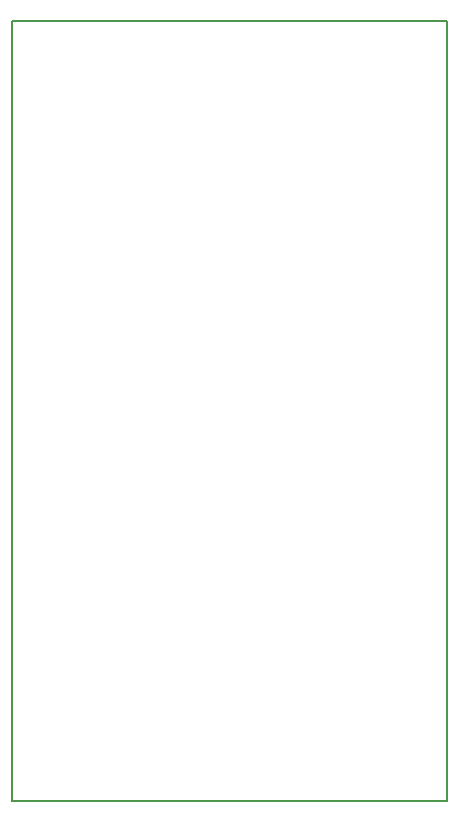
<source format=gbr>
G04 #@! TF.FileFunction,Profile,NP*
%FSLAX46Y46*%
G04 Gerber Fmt 4.6, Leading zero omitted, Abs format (unit mm)*
G04 Created by KiCad (PCBNEW 4.0.7) date 09/10/19 22:44:32*
%MOMM*%
%LPD*%
G01*
G04 APERTURE LIST*
%ADD10C,0.100000*%
%ADD11C,0.150000*%
G04 APERTURE END LIST*
D10*
D11*
X124460000Y-54610000D02*
X124460000Y-120650000D01*
X161290000Y-54610000D02*
X124460000Y-54610000D01*
X161290000Y-120650000D02*
X124460000Y-120650000D01*
X161290000Y-54610000D02*
X161290000Y-120650000D01*
M02*

</source>
